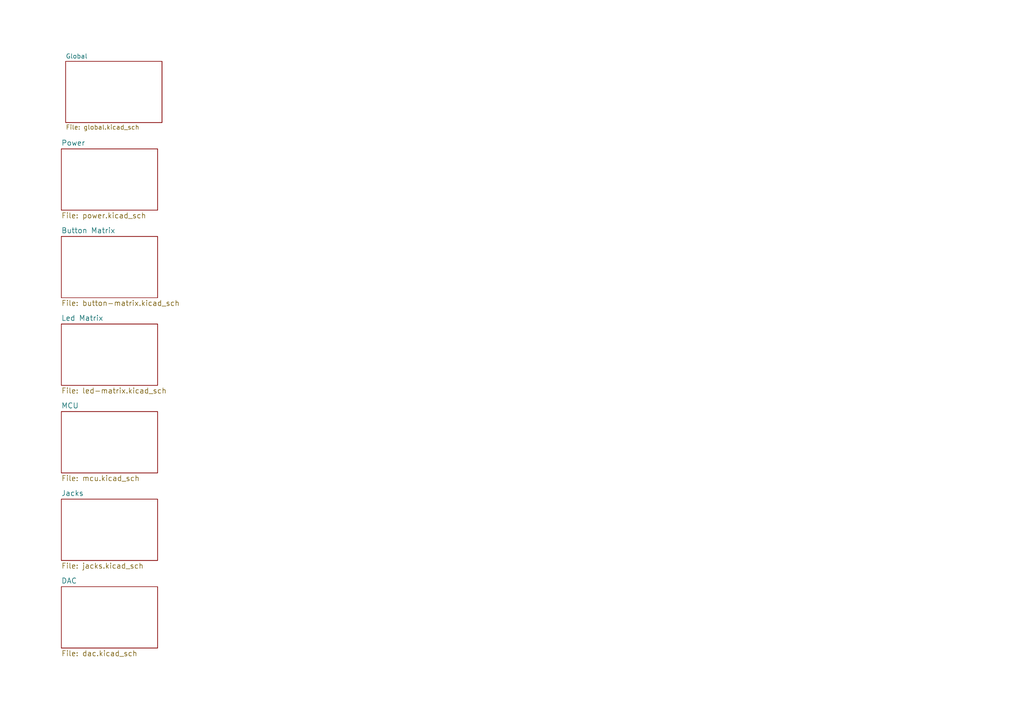
<source format=kicad_sch>
(kicad_sch (version 20211123) (generator eeschema)
  (paper "A4")
  (title_block (title "PER|FORMER eurorack sequencer") (date "2018-10-09") (rev "1.0") (company "westlicht") (comment 1 "cc-by-nc-sa"))
  (lib_symbols)
  (sheet (at 17.78 43.18) (size 27.94 17.78)
    (property "Sheet name" "Power" (at 17.78 42.3414 0) (effects (font (size 1.524 1.524)) (justify left bottom)))
    (property "Sheet file" "power.kicad_sch" (at 17.78 61.6462 0) (effects (font (size 1.524 1.524)) (justify left top)))
  )
  (sheet (at 17.78 68.58) (size 27.94 17.78)
    (property "Sheet name" "Button Matrix" (at 17.78 67.7414 0) (effects (font (size 1.524 1.524)) (justify left bottom)))
    (property "Sheet file" "button-matrix.kicad_sch" (at 17.78 87.0462 0) (effects (font (size 1.524 1.524)) (justify left top)))
  )
  (sheet (at 17.78 119.38) (size 27.94 17.78)
    (property "Sheet name" "MCU" (at 17.78 118.5414 0) (effects (font (size 1.524 1.524)) (justify left bottom)))
    (property "Sheet file" "mcu.kicad_sch" (at 17.78 137.8462 0) (effects (font (size 1.524 1.524)) (justify left top)))
  )
  (sheet (at 17.78 144.78) (size 27.94 17.78)
    (property "Sheet name" "Jacks" (at 17.78 143.9414 0) (effects (font (size 1.524 1.524)) (justify left bottom)))
    (property "Sheet file" "jacks.kicad_sch" (at 17.78 163.2462 0) (effects (font (size 1.524 1.524)) (justify left top)))
  )
  (sheet (at 17.78 93.98) (size 27.94 17.78)
    (property "Sheet name" "Led Matrix" (at 17.78 93.1414 0) (effects (font (size 1.524 1.524)) (justify left bottom)))
    (property "Sheet file" "led-matrix.kicad_sch" (at 17.78 112.4462 0) (effects (font (size 1.524 1.524)) (justify left top)))
  )
  (sheet (at 17.78 170.18) (size 27.94 17.78)
    (property "Sheet name" "DAC" (at 17.78 169.3414 0) (effects (font (size 1.524 1.524)) (justify left bottom)))
    (property "Sheet file" "dac.kicad_sch" (at 17.78 188.6462 0) (effects (font (size 1.524 1.524)) (justify left top)))
  )
  (sheet (at 19.05 17.78) (size 27.94 17.78)
    (property "Sheet name" "Global" (at 19.05 17.0557 0) (effects (font (size 1.2954 1.2954)) (justify left bottom)))
    (property "Sheet file" "global.kicad_sch" (at 19.05 36.1548 0) (effects (font (size 1.2954 1.2954)) (justify left top)))
  )
)
</source>
